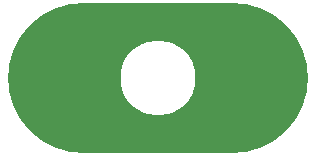
<source format=gbr>
%FSLAX34Y34*%%MOIN*%%ADD10O,1.0X0.5X0.25*%D10*X0Y0D03*M02*
</source>
